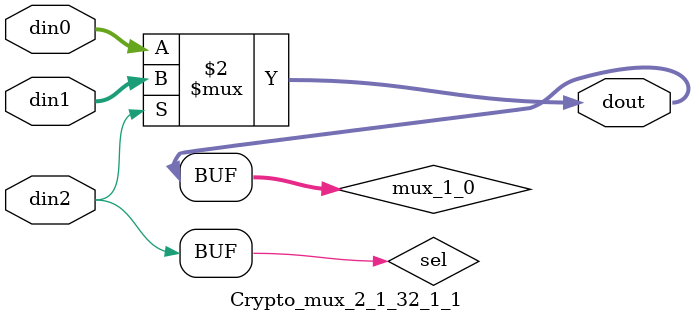
<source format=v>

`timescale 1ns/1ps

module Crypto_mux_2_1_32_1_1 #(
parameter
    ID                = 0,
    NUM_STAGE         = 1,
    din0_WIDTH       = 32,
    din1_WIDTH       = 32,
    din2_WIDTH         = 32,
    dout_WIDTH            = 32
)(
    input  [31 : 0]     din0,
    input  [31 : 0]     din1,
    input  [0 : 0]    din2,
    output [31 : 0]   dout);

// puts internal signals
wire [0 : 0]     sel;
// level 1 signals
wire [31 : 0]         mux_1_0;

assign sel = din2;

// Generate level 1 logic
assign mux_1_0 = (sel[0] == 0)? din0 : din1;

// output logic
assign dout = mux_1_0;

endmodule

</source>
